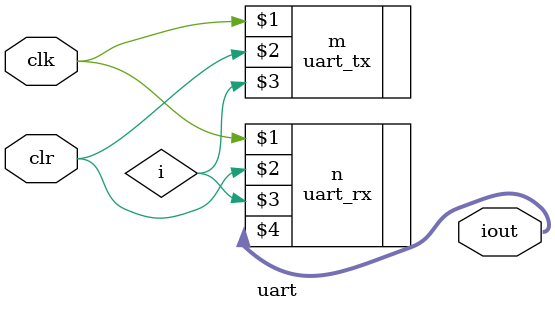
<source format=v>
module uart (input clk,clr,output [7:0]iout);
wire i;
uart_tx m (clk,clr,i);
uart_rx n (clk,clr,i,iout);
endmodule 
</source>
